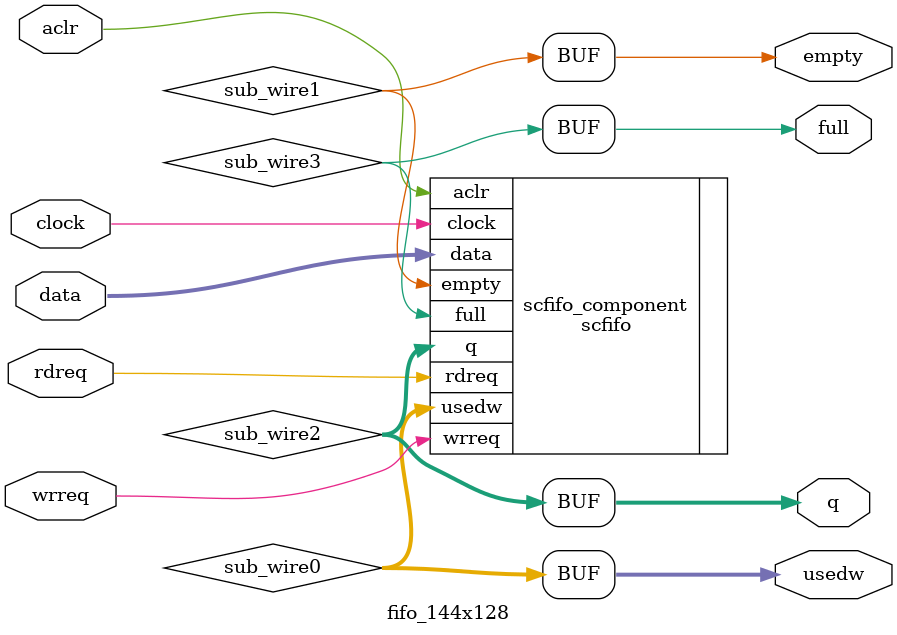
<source format=v>
module fifo_144x128 (
	aclr,
	clock,
	data,
	rdreq,
	wrreq,
	empty,
	full,
	q,
	usedw);
	input	  aclr;
	input	  clock;
	input	[143:0]  data;
	input	  rdreq;
	input	  wrreq;
	output	  empty;
	output	  full;
	output	[143:0]  q;
	output	[6:0]  usedw;
	wire [6:0] sub_wire0;
	wire  sub_wire1;
	wire [143:0] sub_wire2;
	wire  sub_wire3;
	wire [6:0] usedw = sub_wire0[6:0];
	wire  empty = sub_wire1;
	wire [143:0] q = sub_wire2[143:0];
	wire  full = sub_wire3;
	scfifo	scfifo_component (
				.rdreq (rdreq),
				.aclr (aclr),
				.clock (clock),
				.wrreq (wrreq),
				.data (data),
				.usedw (sub_wire0),
				.empty (sub_wire1),
				.q (sub_wire2),
				.full (sub_wire3)
				// synopsys translate_off
				,
				.almost_empty (),
				.sclr (),
				.almost_full ()
				// synopsys translate_on
				);
	defparam
		scfifo_component.add_ram_output_register = "ON",
		scfifo_component.intended_device_family = "Cyclone II",
		scfifo_component.lpm_numwords = 128,
		scfifo_component.lpm_showahead = "OFF",
		scfifo_component.lpm_type = "scfifo",
		scfifo_component.lpm_width = 144,
		scfifo_component.lpm_widthu = 7,
		scfifo_component.overflow_checking = "ON",
		scfifo_component.underflow_checking = "ON",
		scfifo_component.use_eab = "ON";
endmodule
</source>
